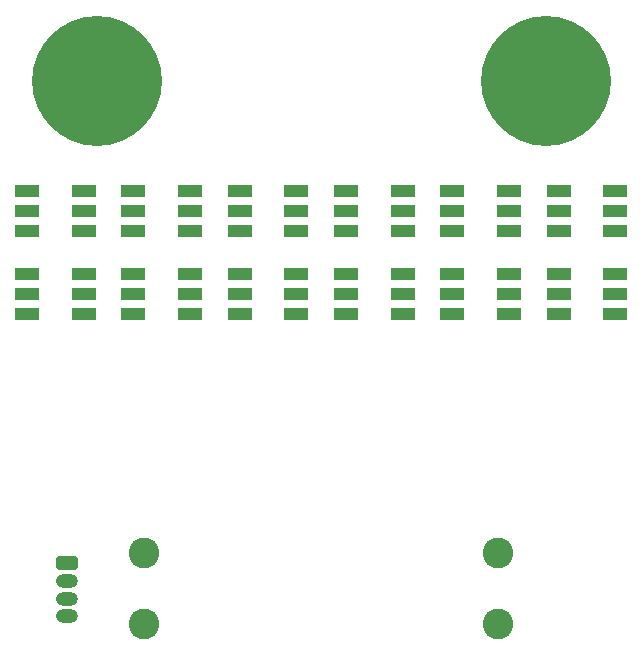
<source format=gbr>
%TF.GenerationSoftware,KiCad,Pcbnew,7.0.11-rc3*%
%TF.CreationDate,2025-03-16T23:28:45+08:00*%
%TF.ProjectId,mainhoop-light,6d61696e-686f-46f7-902d-6c696768742e,rev?*%
%TF.SameCoordinates,Original*%
%TF.FileFunction,Soldermask,Bot*%
%TF.FilePolarity,Negative*%
%FSLAX46Y46*%
G04 Gerber Fmt 4.6, Leading zero omitted, Abs format (unit mm)*
G04 Created by KiCad (PCBNEW 7.0.11-rc3) date 2025-03-16 23:28:45*
%MOMM*%
%LPD*%
G01*
G04 APERTURE LIST*
G04 Aperture macros list*
%AMRoundRect*
0 Rectangle with rounded corners*
0 $1 Rounding radius*
0 $2 $3 $4 $5 $6 $7 $8 $9 X,Y pos of 4 corners*
0 Add a 4 corners polygon primitive as box body*
4,1,4,$2,$3,$4,$5,$6,$7,$8,$9,$2,$3,0*
0 Add four circle primitives for the rounded corners*
1,1,$1+$1,$2,$3*
1,1,$1+$1,$4,$5*
1,1,$1+$1,$6,$7*
1,1,$1+$1,$8,$9*
0 Add four rect primitives between the rounded corners*
20,1,$1+$1,$2,$3,$4,$5,0*
20,1,$1+$1,$4,$5,$6,$7,0*
20,1,$1+$1,$6,$7,$8,$9,0*
20,1,$1+$1,$8,$9,$2,$3,0*%
G04 Aperture macros list end*
%ADD10C,2.600000*%
%ADD11RoundRect,0.250000X-0.685000X0.335000X-0.685000X-0.335000X0.685000X-0.335000X0.685000X0.335000X0*%
%ADD12O,1.870000X1.170000*%
%ADD13C,11.000000*%
%ADD14C,6.800000*%
%ADD15R,2.000000X1.100000*%
G04 APERTURE END LIST*
D10*
%TO.C,TP4*%
X84000000Y-69160000D03*
%TD*%
%TO.C,TP3*%
X114000000Y-69160000D03*
%TD*%
%TO.C,TP2*%
X84000000Y-75160000D03*
%TD*%
%TO.C,TP1*%
X114000000Y-75160000D03*
%TD*%
D11*
%TO.C,J1*%
X77500000Y-70000000D03*
D12*
X77500000Y-71500000D03*
X77500000Y-73000000D03*
X77500000Y-74500000D03*
%TD*%
D13*
%TO.C,H2*%
X118000000Y-29160000D03*
D14*
X118000000Y-29160000D03*
%TD*%
D13*
%TO.C,H1*%
X80000000Y-29160000D03*
D14*
X80000000Y-29160000D03*
%TD*%
D15*
%TO.C,D22*%
X110100000Y-48900000D03*
X110100000Y-47200000D03*
X110100000Y-45500000D03*
X114900000Y-45500000D03*
X114900000Y-47200000D03*
X114900000Y-48900000D03*
%TD*%
%TO.C,D20*%
X101100000Y-48900000D03*
X101100000Y-47200000D03*
X101100000Y-45500000D03*
X105900000Y-45500000D03*
X105900000Y-47200000D03*
X105900000Y-48900000D03*
%TD*%
%TO.C,D7*%
X74100000Y-41900000D03*
X74100000Y-40200000D03*
X74100000Y-38500000D03*
X78900000Y-38500000D03*
X78900000Y-40200000D03*
X78900000Y-41900000D03*
%TD*%
%TO.C,D24*%
X119100000Y-48900000D03*
X119100000Y-47200000D03*
X119100000Y-45500000D03*
X123900000Y-45500000D03*
X123900000Y-47200000D03*
X123900000Y-48900000D03*
%TD*%
%TO.C,D12*%
X119100000Y-41900000D03*
X119100000Y-40200000D03*
X119100000Y-38500000D03*
X123900000Y-38500000D03*
X123900000Y-40200000D03*
X123900000Y-41900000D03*
%TD*%
%TO.C,D18*%
X92100000Y-48900000D03*
X92100000Y-47200000D03*
X92100000Y-45500000D03*
X96900000Y-45500000D03*
X96900000Y-47200000D03*
X96900000Y-48900000D03*
%TD*%
%TO.C,D10*%
X101100000Y-41900000D03*
X101100000Y-40200000D03*
X101100000Y-38500000D03*
X105900000Y-38500000D03*
X105900000Y-40200000D03*
X105900000Y-41900000D03*
%TD*%
%TO.C,D14*%
X74100000Y-48900000D03*
X74100000Y-47200000D03*
X74100000Y-45500000D03*
X78900000Y-45500000D03*
X78900000Y-47200000D03*
X78900000Y-48900000D03*
%TD*%
%TO.C,D11*%
X110100000Y-41900000D03*
X110100000Y-40200000D03*
X110100000Y-38500000D03*
X114900000Y-38500000D03*
X114900000Y-40200000D03*
X114900000Y-41900000D03*
%TD*%
%TO.C,D9*%
X92100000Y-41900000D03*
X92100000Y-40200000D03*
X92100000Y-38500000D03*
X96900000Y-38500000D03*
X96900000Y-40200000D03*
X96900000Y-41900000D03*
%TD*%
%TO.C,D16*%
X83100000Y-48900000D03*
X83100000Y-47200000D03*
X83100000Y-45500000D03*
X87900000Y-45500000D03*
X87900000Y-47200000D03*
X87900000Y-48900000D03*
%TD*%
%TO.C,D8*%
X83100000Y-41900000D03*
X83100000Y-40200000D03*
X83100000Y-38500000D03*
X87900000Y-38500000D03*
X87900000Y-40200000D03*
X87900000Y-41900000D03*
%TD*%
M02*

</source>
